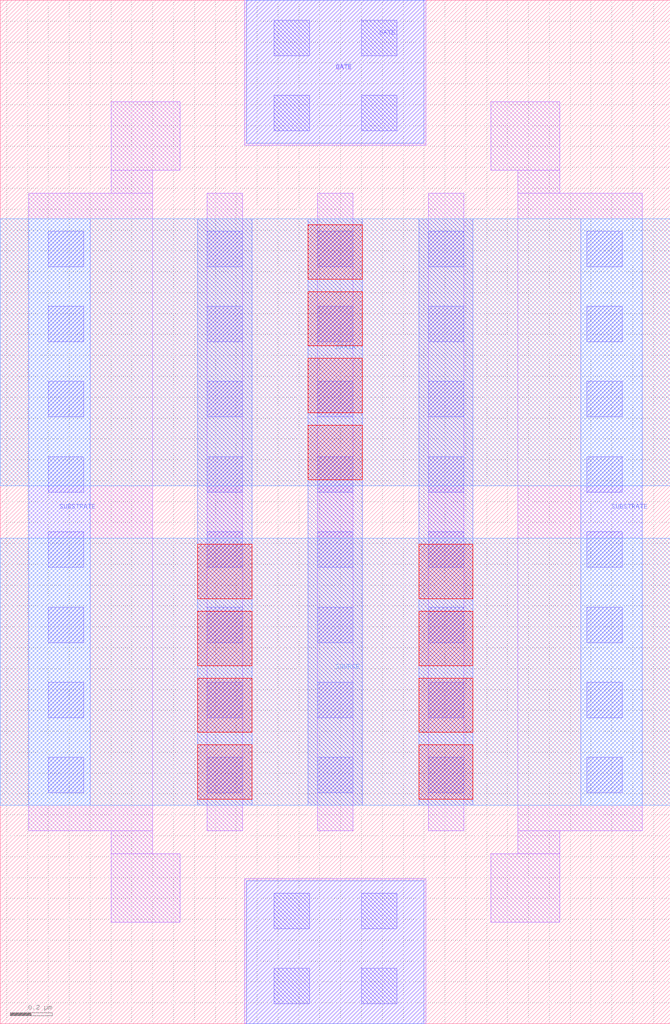
<source format=lef>
# Copyright 2020 The SkyWater PDK Authors
#
# Licensed under the Apache License, Version 2.0 (the "License");
# you may not use this file except in compliance with the License.
# You may obtain a copy of the License at
#
#     https://www.apache.org/licenses/LICENSE-2.0
#
# Unless required by applicable law or agreed to in writing, software
# distributed under the License is distributed on an "AS IS" BASIS,
# WITHOUT WARRANTIES OR CONDITIONS OF ANY KIND, either express or implied.
# See the License for the specific language governing permissions and
# limitations under the License.
#
# SPDX-License-Identifier: Apache-2.0

VERSION 5.7 ;
  NOWIREEXTENSIONATPIN ON ;
  DIVIDERCHAR "/" ;
  BUSBITCHARS "[]" ;
MACRO sky130_fd_pr__rf_nfet_01v8_bM02W3p00L0p25
  CLASS BLOCK ;
  FOREIGN sky130_fd_pr__rf_nfet_01v8_bM02W3p00L0p25 ;
  ORIGIN -0.070000  0.000000 ;
  SIZE  3.210000 BY  4.900000 ;
  PIN DRAIN
    ANTENNADIFFAREA  0.842800 ;
    PORT
      LAYER met2 ;
        RECT 0.070000 2.575000 3.280000 3.855000 ;
    END
  END DRAIN
  PIN GATE
    ANTENNAGATEAREA  1.505000 ;
    PORT
      LAYER li1 ;
        RECT 1.240000 0.000000 2.110000 0.695000 ;
        RECT 1.240000 4.205000 2.110000 4.900000 ;
      LAYER mcon ;
        RECT 1.380000 0.095000 1.550000 0.265000 ;
        RECT 1.380000 0.455000 1.550000 0.625000 ;
        RECT 1.380000 4.275000 1.550000 4.445000 ;
        RECT 1.380000 4.635000 1.550000 4.805000 ;
        RECT 1.800000 0.095000 1.970000 0.265000 ;
        RECT 1.800000 0.455000 1.970000 0.625000 ;
        RECT 1.800000 4.275000 1.970000 4.445000 ;
        RECT 1.800000 4.635000 1.970000 4.805000 ;
    END
    PORT
      LAYER met1 ;
        RECT 1.250000 0.000000 2.100000 0.685000 ;
        RECT 1.250000 4.215000 2.100000 4.900000 ;
    END
  END GATE
  PIN SOURCE
    ANTENNADIFFAREA  1.685600 ;
    PORT
      LAYER met2 ;
        RECT 0.070000 1.045000 3.280000 2.325000 ;
    END
  END SOURCE
  PIN SUBSTRATE
    ANTENNADIFFAREA  1.956500 ;
    ANTENNAGATEAREA  0.451500 ;
    PORT
      LAYER met1 ;
        RECT 0.205000 1.045000 0.500000 3.855000 ;
    END
    PORT
      LAYER met1 ;
        RECT 2.850000 1.045000 3.145000 3.855000 ;
    END
  END SUBSTRATE
  OBS
    LAYER li1 ;
      RECT 0.205000 0.925000 0.800000 3.975000 ;
      RECT 0.600000 0.485000 0.930000 0.815000 ;
      RECT 0.600000 0.815000 0.800000 0.925000 ;
      RECT 0.600000 3.975000 0.800000 4.085000 ;
      RECT 0.600000 4.085000 0.930000 4.415000 ;
      RECT 1.060000 0.925000 1.230000 3.975000 ;
      RECT 1.590000 0.925000 1.760000 3.975000 ;
      RECT 2.120000 0.925000 2.290000 3.975000 ;
      RECT 2.420000 0.485000 2.750000 0.815000 ;
      RECT 2.420000 4.085000 2.750000 4.415000 ;
      RECT 2.550000 0.815000 2.750000 0.925000 ;
      RECT 2.550000 0.925000 3.145000 3.975000 ;
      RECT 2.550000 3.975000 2.750000 4.085000 ;
    LAYER mcon ;
      RECT 0.300000 1.105000 0.470000 1.275000 ;
      RECT 0.300000 1.465000 0.470000 1.635000 ;
      RECT 0.300000 1.825000 0.470000 1.995000 ;
      RECT 0.300000 2.185000 0.470000 2.355000 ;
      RECT 0.300000 2.545000 0.470000 2.715000 ;
      RECT 0.300000 2.905000 0.470000 3.075000 ;
      RECT 0.300000 3.265000 0.470000 3.435000 ;
      RECT 0.300000 3.625000 0.470000 3.795000 ;
      RECT 1.060000 1.105000 1.230000 1.275000 ;
      RECT 1.060000 1.465000 1.230000 1.635000 ;
      RECT 1.060000 1.825000 1.230000 1.995000 ;
      RECT 1.060000 2.185000 1.230000 2.355000 ;
      RECT 1.060000 2.545000 1.230000 2.715000 ;
      RECT 1.060000 2.905000 1.230000 3.075000 ;
      RECT 1.060000 3.265000 1.230000 3.435000 ;
      RECT 1.060000 3.625000 1.230000 3.795000 ;
      RECT 1.590000 1.105000 1.760000 1.275000 ;
      RECT 1.590000 1.465000 1.760000 1.635000 ;
      RECT 1.590000 1.825000 1.760000 1.995000 ;
      RECT 1.590000 2.185000 1.760000 2.355000 ;
      RECT 1.590000 2.545000 1.760000 2.715000 ;
      RECT 1.590000 2.905000 1.760000 3.075000 ;
      RECT 1.590000 3.265000 1.760000 3.435000 ;
      RECT 1.590000 3.625000 1.760000 3.795000 ;
      RECT 2.120000 1.105000 2.290000 1.275000 ;
      RECT 2.120000 1.465000 2.290000 1.635000 ;
      RECT 2.120000 1.825000 2.290000 1.995000 ;
      RECT 2.120000 2.185000 2.290000 2.355000 ;
      RECT 2.120000 2.545000 2.290000 2.715000 ;
      RECT 2.120000 2.905000 2.290000 3.075000 ;
      RECT 2.120000 3.265000 2.290000 3.435000 ;
      RECT 2.120000 3.625000 2.290000 3.795000 ;
      RECT 2.880000 1.105000 3.050000 1.275000 ;
      RECT 2.880000 1.465000 3.050000 1.635000 ;
      RECT 2.880000 1.825000 3.050000 1.995000 ;
      RECT 2.880000 2.185000 3.050000 2.355000 ;
      RECT 2.880000 2.545000 3.050000 2.715000 ;
      RECT 2.880000 2.905000 3.050000 3.075000 ;
      RECT 2.880000 3.265000 3.050000 3.435000 ;
      RECT 2.880000 3.625000 3.050000 3.795000 ;
    LAYER met1 ;
      RECT 1.015000 1.045000 1.275000 3.855000 ;
      RECT 1.545000 1.045000 1.805000 3.855000 ;
      RECT 2.075000 1.045000 2.335000 3.855000 ;
    LAYER via ;
      RECT 1.015000 1.075000 1.275000 1.335000 ;
      RECT 1.015000 1.395000 1.275000 1.655000 ;
      RECT 1.015000 1.715000 1.275000 1.975000 ;
      RECT 1.015000 2.035000 1.275000 2.295000 ;
      RECT 1.545000 2.605000 1.805000 2.865000 ;
      RECT 1.545000 2.925000 1.805000 3.185000 ;
      RECT 1.545000 3.245000 1.805000 3.505000 ;
      RECT 1.545000 3.565000 1.805000 3.825000 ;
      RECT 2.075000 1.075000 2.335000 1.335000 ;
      RECT 2.075000 1.395000 2.335000 1.655000 ;
      RECT 2.075000 1.715000 2.335000 1.975000 ;
      RECT 2.075000 2.035000 2.335000 2.295000 ;
  END
END sky130_fd_pr__rf_nfet_01v8_bM02W3p00L0p25
END LIBRARY

</source>
